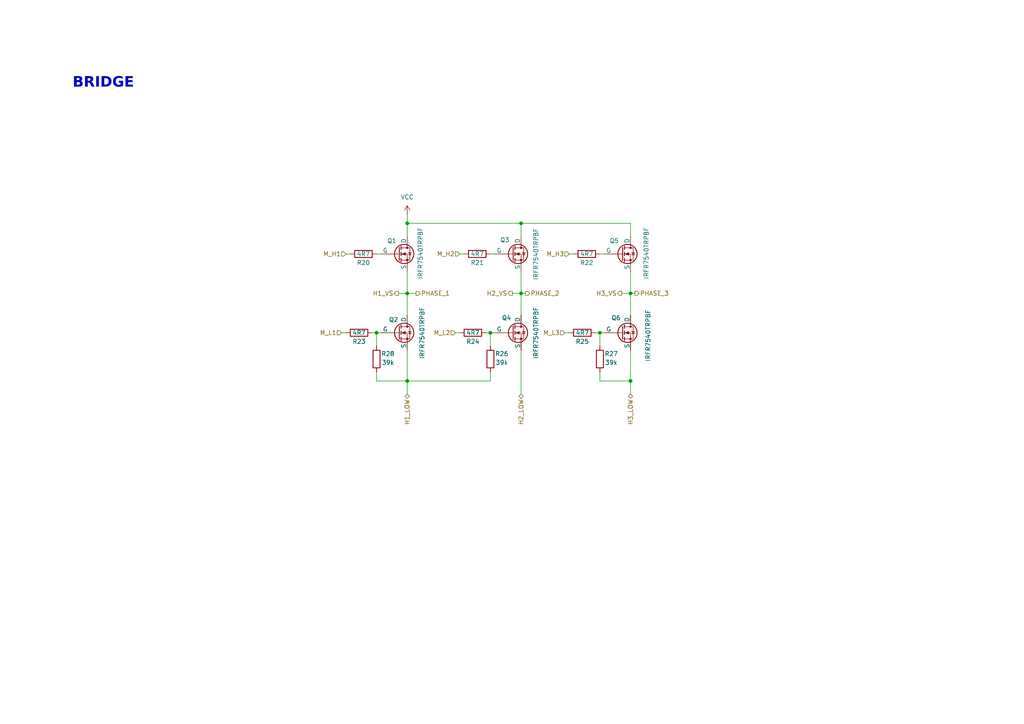
<source format=kicad_sch>
(kicad_sch (version 20231120) (generator "eeschema") (generator_version "8.0")
  (paper "A4")
  (lib_symbols
    (symbol "Device:R" (pin_numbers hide) (pin_names (offset 0))
      (property "Reference" "R" (at 2.032 0 90))
      (property "Value" "R" (at 0 0 90))
      (symbol "R_0_1"
        (rectangle (start -1.016 -2.54) (end 1.016 2.54) (stroke (width 0.254)))
      )
      (symbol "R_1_1"
        (pin passive line (at 0 3.81 270) (length 1.27) (name "~") (number "1"))
        (pin passive line (at 0 -3.81 90) (length 1.27) (name "~") (number "2"))
      )
    )
    (symbol "Simulation_SPICE:NMOS" (pin_numbers hide) (pin_names (offset 0))
      (property "Reference" "Q" (at 5.08 1.27 0))
      (property "Value" "NMOS" (at 5.08 -1.27 0))
      (symbol "NMOS_0_1"
        (polyline (pts (xy 0.254 0) (xy -2.54 0)))
        (polyline (pts (xy 0.254 1.905) (xy 0.254 -1.905)) (stroke (width 0.254)))
        (polyline (pts (xy 0.762 -1.27) (xy 0.762 -2.286)) (stroke (width 0.254)))
        (polyline (pts (xy 0.762 0.508) (xy 0.762 -0.508)) (stroke (width 0.254)))
        (polyline (pts (xy 0.762 2.286) (xy 0.762 1.27)) (stroke (width 0.254)))
        (polyline (pts (xy 2.54 2.54) (xy 2.54 1.778)))
        (polyline (pts (xy 2.54 -2.54) (xy 2.54 0) (xy 0.762 0)))
        (polyline (pts (xy 0.762 -1.778) (xy 3.302 -1.778) (xy 3.302 1.778) (xy 0.762 1.778)))
        (polyline (pts (xy 1.016 0) (xy 2.032 0.381) (xy 2.032 -0.381) (xy 1.016 0)) (fill (type outline)))
        (polyline (pts (xy 2.794 0.508) (xy 2.921 0.381) (xy 3.683 0.381) (xy 3.81 0.254)))
        (polyline (pts (xy 3.302 0.381) (xy 2.921 -0.254) (xy 3.683 -0.254) (xy 3.302 0.381)))
        (circle (center 1.651 0) (radius 2.794) (stroke (width 0.254)))
        (circle (center 2.54 -1.778) (radius 0.254) (fill (type outline)))
        (circle (center 2.54 1.778) (radius 0.254) (fill (type outline)))
      )
      (symbol "NMOS_1_1"
        (pin passive line (at 2.54 5.08 270) (length 2.54) (name "D") (number "1"))
        (pin input line (at -5.08 0 0) (length 2.54) (name "G") (number "2"))
        (pin passive line (at 2.54 -5.08 90) (length 2.54) (name "S") (number "3"))
      )
    )
    (symbol "power:VCC" (power) (pin_numbers hide) (pin_names (offset 0) hide)
      (property "Value" "VCC" (at 0 3.556 0))
      (symbol "VCC_0_1"
        (polyline (pts (xy -0.762 1.27) (xy 0 2.54)))
        (polyline (pts (xy 0 0) (xy 0 2.54)))
        (polyline (pts (xy 0 2.54) (xy 0.762 1.27)))
      )
      (symbol "VCC_1_1"
        (pin power_in line (at 0 0 90) (length 0) (name "~") (number "1"))
      )
    )
  )
  (junction (at 182.88 85.09))
  (junction (at 173.99 96.52))
  (junction (at 118.11 110.49))
  (junction (at 118.11 85.09))
  (junction (at 182.88 110.49))
  (junction (at 151.13 85.09))
  (junction (at 118.11 64.77))
  (junction (at 142.24 96.52))
  (junction (at 109.22 96.52))
  (junction (at 151.13 64.77))
  (wire (pts (xy 173.99 73.66) (xy 175.26 73.66)))
  (wire (pts (xy 151.13 85.09) (xy 151.13 91.44)))
  (wire (pts (xy 118.11 64.77) (xy 118.11 68.58)))
  (wire (pts (xy 118.11 101.6) (xy 118.11 110.49)))
  (wire (pts (xy 132.08 96.52) (xy 133.35 96.52)))
  (wire (pts (xy 173.99 96.52) (xy 175.26 96.52)))
  (wire (pts (xy 118.11 110.49) (xy 142.24 110.49)))
  (wire (pts (xy 118.11 110.49) (xy 118.11 114.3)))
  (wire (pts (xy 148.59 85.09) (xy 151.13 85.09)))
  (wire (pts (xy 163.83 96.52) (xy 165.1 96.52)))
  (wire (pts (xy 133.35 73.66) (xy 134.62 73.66)))
  (wire (pts (xy 140.97 96.52) (xy 142.24 96.52)))
  (wire (pts (xy 109.22 110.49) (xy 118.11 110.49)))
  (wire (pts (xy 182.88 64.77) (xy 151.13 64.77)))
  (wire (pts (xy 109.22 96.52) (xy 109.22 100.33)))
  (wire (pts (xy 142.24 96.52) (xy 143.51 96.52)))
  (wire (pts (xy 151.13 64.77) (xy 118.11 64.77)))
  (wire (pts (xy 173.99 110.49) (xy 182.88 110.49)))
  (wire (pts (xy 107.95 96.52) (xy 109.22 96.52)))
  (wire (pts (xy 118.11 78.74) (xy 118.11 85.09)))
  (wire (pts (xy 115.57 85.09) (xy 118.11 85.09)))
  (wire (pts (xy 182.88 85.09) (xy 182.88 91.44)))
  (wire (pts (xy 118.11 62.23) (xy 118.11 64.77)))
  (wire (pts (xy 151.13 85.09) (xy 152.4 85.09)))
  (wire (pts (xy 142.24 96.52) (xy 142.24 100.33)))
  (wire (pts (xy 173.99 107.95) (xy 173.99 110.49)))
  (wire (pts (xy 182.88 68.58) (xy 182.88 64.77)))
  (wire (pts (xy 100.33 73.66) (xy 101.6 73.66)))
  (wire (pts (xy 173.99 96.52) (xy 173.99 100.33)))
  (wire (pts (xy 109.22 73.66) (xy 110.49 73.66)))
  (wire (pts (xy 182.88 110.49) (xy 182.88 114.3)))
  (wire (pts (xy 182.88 101.6) (xy 182.88 110.49)))
  (wire (pts (xy 182.88 85.09) (xy 184.15 85.09)))
  (wire (pts (xy 118.11 85.09) (xy 120.65 85.09)))
  (wire (pts (xy 142.24 107.95) (xy 142.24 110.49)))
  (wire (pts (xy 151.13 78.74) (xy 151.13 85.09)))
  (wire (pts (xy 118.11 85.09) (xy 118.11 91.44)))
  (wire (pts (xy 99.06 96.52) (xy 100.33 96.52)))
  (wire (pts (xy 180.34 85.09) (xy 182.88 85.09)))
  (wire (pts (xy 109.22 107.95) (xy 109.22 110.49)))
  (wire (pts (xy 172.72 96.52) (xy 173.99 96.52)))
  (wire (pts (xy 182.88 78.74) (xy 182.88 85.09)))
  (wire (pts (xy 151.13 101.6) (xy 151.13 114.3)))
  (wire (pts (xy 151.13 64.77) (xy 151.13 68.58)))
  (wire (pts (xy 109.22 96.52) (xy 110.49 96.52)))
  (wire (pts (xy 165.1 73.66) (xy 166.37 73.66)))
  (wire (pts (xy 142.24 73.66) (xy 143.51 73.66)))
  (text "BRIDGE" (exclude_from_sim yes) (at 29.972 24.892 0) (effects (font (size 3 3) (thickness 0.254) (bold yes))))
  (hierarchical_label "H1_VS" (shape output) (at 115.57 85.09 180))
  (hierarchical_label "M_L3" (shape input) (at 163.83 96.52 180))
  (hierarchical_label "H2_VS" (shape output) (at 148.59 85.09 180))
  (hierarchical_label "M_H1" (shape input) (at 100.33 73.66 180))
  (hierarchical_label "PHASE_1" (shape output) (at 120.65 85.09 0))
  (hierarchical_label "M_H3" (shape input) (at 165.1 73.66 180))
  (hierarchical_label "H2_LOW" (shape bidirectional) (at 151.13 114.3 270))
  (hierarchical_label "M_L1" (shape input) (at 99.06 96.52 180))
  (hierarchical_label "H3_VS" (shape output) (at 180.34 85.09 180))
  (hierarchical_label "PHASE_2" (shape output) (at 152.4 85.09 0))
  (hierarchical_label "H3_LOW" (shape bidirectional) (at 182.88 114.3 270))
  (hierarchical_label "M_H2" (shape input) (at 133.35 73.66 180))
  (hierarchical_label "H1_LOW" (shape bidirectional) (at 118.11 114.3 270))
  (hierarchical_label "M_L2" (shape input) (at 132.08 96.52 180))
  (hierarchical_label "PHASE_3" (shape output) (at 184.15 85.09 0))
  (symbol (lib_id "Device:R") (at 105.41 73.66 90) (unit 1)
    (property "Reference" "R20" (at 105.41 76.2 90))
    (property "Value" "4R7" (at 105.41 73.66 90))
    (property "Footprint" "Resistor_SMD:R_0603_1608Metric" (effects (hide yes)))
    (property "Description" "Resistor" (effects (hide yes)))
  )
  (symbol (lib_id "power:VCC") (at 118.11 62.23 0) (unit 1)
    (property "Reference" "#PWR036" (effects (hide yes)))
    (property "Value" "VCC" (at 118.11 57.15 0))
    (property "Description" "Power symbol creates a global label with name \"VCC\"" (effects (hide yes)))
  )
  (symbol (lib_id "Simulation_SPICE:NMOS") (at 148.59 96.52 0) (unit 1)
    (property "Reference" "Q4" (at 145.542 92.202 0) (effects (justify left)))
    (property "Value" "IRFR7540TRPBF" (at 155.448 104.14 90) (effects (justify left)))
    (property "Footprint" "Package_TO_SOT_SMD:TO-252-2" (effects (hide yes)))
    (property "Datasheet" "https://www.mouser.de/datasheet/2/196/Infineon_IRFR7540_DataSheet_v01_01_EN-3363300.pdf" (effects (hide yes)))
    (property "Description" "N-MOSFET transistor, drain/source/gate" (effects (hide yes)))
    (property "Sim.Device" "NMOS" (effects (hide yes)))
    (property "Sim.Type" "VDMOS" (effects (hide yes)))
    (property "Sim.Pins" "1=D 2=G 3=S" (effects (hide yes)))
  )
  (symbol (lib_id "Simulation_SPICE:NMOS") (at 115.57 73.66 0) (unit 1)
    (property "Reference" "Q1" (at 112.268 69.85 0) (effects (justify left)))
    (property "Value" "IRFR7540TRPBF" (at 121.92 81.026 90) (effects (justify left)))
    (property "Footprint" "Package_TO_SOT_SMD:TO-252-2" (effects (hide yes)))
    (property "Datasheet" "https://www.mouser.de/datasheet/2/196/Infineon_IRFR7540_DataSheet_v01_01_EN-3363300.pdf" (effects (hide yes)))
    (property "Description" "N-MOSFET transistor, drain/source/gate" (effects (hide yes)))
    (property "Sim.Device" "NMOS" (effects (hide yes)))
    (property "Sim.Type" "VDMOS" (effects (hide yes)))
    (property "Sim.Pins" "1=D 2=G 3=S" (effects (hide yes)))
  )
  (symbol (lib_id "Simulation_SPICE:NMOS") (at 115.57 96.52 0) (unit 1)
    (property "Reference" "Q2" (at 112.776 92.71 0) (effects (justify left)))
    (property "Value" "IRFR7540TRPBF" (at 122.428 104.14 90) (effects (justify left)))
    (property "Footprint" "Package_TO_SOT_SMD:TO-252-2" (effects (hide yes)))
    (property "Datasheet" "https://www.mouser.de/datasheet/2/196/Infineon_IRFR7540_DataSheet_v01_01_EN-3363300.pdf" (effects (hide yes)))
    (property "Description" "N-MOSFET transistor, drain/source/gate" (effects (hide yes)))
    (property "Sim.Device" "NMOS" (effects (hide yes)))
    (property "Sim.Type" "VDMOS" (effects (hide yes)))
    (property "Sim.Pins" "1=D 2=G 3=S" (effects (hide yes)))
  )
  (symbol (lib_id "Device:R") (at 142.24 104.14 180) (unit 1)
    (property "Reference" "R26" (at 145.542 102.616 0))
    (property "Value" "39k" (at 145.542 105.156 0))
    (property "Footprint" "Resistor_SMD:R_0603_1608Metric" (effects (hide yes)))
    (property "Description" "Resistor" (effects (hide yes)))
  )
  (symbol (lib_id "Device:R") (at 170.18 73.66 90) (unit 1)
    (property "Reference" "R22" (at 170.18 76.2 90))
    (property "Value" "4R7" (at 170.18 73.66 90))
    (property "Footprint" "Resistor_SMD:R_0603_1608Metric" (effects (hide yes)))
    (property "Description" "Resistor" (effects (hide yes)))
  )
  (symbol (lib_id "Device:R") (at 104.14 96.52 90) (unit 1)
    (property "Reference" "R23" (at 104.14 99.06 90))
    (property "Value" "4R7" (at 104.14 96.52 90))
    (property "Footprint" "Resistor_SMD:R_0603_1608Metric" (effects (hide yes)))
    (property "Description" "Resistor" (effects (hide yes)))
  )
  (symbol (lib_id "Device:R") (at 138.43 73.66 90) (unit 1)
    (property "Reference" "R21" (at 138.43 76.2 90))
    (property "Value" "4R7" (at 138.43 73.66 90))
    (property "Footprint" "Resistor_SMD:R_0603_1608Metric" (effects (hide yes)))
    (property "Description" "Resistor" (effects (hide yes)))
  )
  (symbol (lib_id "Device:R") (at 168.91 96.52 90) (unit 1)
    (property "Reference" "R25" (at 168.91 99.06 90))
    (property "Value" "4R7" (at 168.91 96.52 90))
    (property "Footprint" "Resistor_SMD:R_0603_1608Metric" (effects (hide yes)))
    (property "Description" "Resistor" (effects (hide yes)))
  )
  (symbol (lib_id "Simulation_SPICE:NMOS") (at 148.59 73.66 0) (unit 1)
    (property "Reference" "Q3" (at 145.034 69.596 0) (effects (justify left)))
    (property "Value" "IRFR7540TRPBF" (at 155.448 81.28 90) (effects (justify left)))
    (property "Footprint" "Package_TO_SOT_SMD:TO-252-2" (effects (hide yes)))
    (property "Datasheet" "https://www.mouser.de/datasheet/2/196/Infineon_IRFR7540_DataSheet_v01_01_EN-3363300.pdf" (effects (hide yes)))
    (property "Description" "N-MOSFET transistor, drain/source/gate" (effects (hide yes)))
    (property "Sim.Device" "NMOS" (effects (hide yes)))
    (property "Sim.Type" "VDMOS" (effects (hide yes)))
    (property "Sim.Pins" "1=D 2=G 3=S" (effects (hide yes)))
  )
  (symbol (lib_id "Simulation_SPICE:NMOS") (at 180.34 96.52 0) (unit 1)
    (property "Reference" "Q6" (at 177.292 92.202 0) (effects (justify left)))
    (property "Value" "IRFR7540TRPBF" (at 187.96 104.902 90) (effects (justify left)))
    (property "Footprint" "Package_TO_SOT_SMD:TO-252-2" (effects (hide yes)))
    (property "Datasheet" "https://www.mouser.de/datasheet/2/196/Infineon_IRFR7540_DataSheet_v01_01_EN-3363300.pdf" (effects (hide yes)))
    (property "Description" "N-MOSFET transistor, drain/source/gate" (effects (hide yes)))
    (property "Sim.Device" "NMOS" (effects (hide yes)))
    (property "Sim.Type" "VDMOS" (effects (hide yes)))
    (property "Sim.Pins" "1=D 2=G 3=S" (effects (hide yes)))
  )
  (symbol (lib_id "Device:R") (at 137.16 96.52 90) (unit 1)
    (property "Reference" "R24" (at 137.16 99.06 90))
    (property "Value" "4R7" (at 137.16 96.52 90))
    (property "Footprint" "Resistor_SMD:R_0603_1608Metric" (effects (hide yes)))
    (property "Description" "Resistor" (effects (hide yes)))
  )
  (symbol (lib_id "Device:R") (at 109.22 104.14 180) (unit 1)
    (property "Reference" "R28" (at 112.522 102.616 0))
    (property "Value" "39k" (at 112.522 105.156 0))
    (property "Footprint" "Resistor_SMD:R_0603_1608Metric" (effects (hide yes)))
    (property "Description" "Resistor" (effects (hide yes)))
  )
  (symbol (lib_id "Simulation_SPICE:NMOS") (at 180.34 73.66 0) (unit 1)
    (property "Reference" "Q5" (at 176.784 69.85 0) (effects (justify left)))
    (property "Value" "IRFR7540TRPBF" (at 187.452 81.026 90) (effects (justify left)))
    (property "Footprint" "Package_TO_SOT_SMD:TO-252-2" (effects (hide yes)))
    (property "Datasheet" "https://www.mouser.de/datasheet/2/196/Infineon_IRFR7540_DataSheet_v01_01_EN-3363300.pdf" (effects (hide yes)))
    (property "Description" "N-MOSFET transistor, drain/source/gate" (effects (hide yes)))
    (property "Sim.Device" "NMOS" (effects (hide yes)))
    (property "Sim.Type" "VDMOS" (effects (hide yes)))
    (property "Sim.Pins" "1=D 2=G 3=S" (effects (hide yes)))
  )
  (symbol (lib_id "Device:R") (at 173.99 104.14 180) (unit 1)
    (property "Reference" "R27" (at 177.292 102.616 0))
    (property "Value" "39k" (at 177.292 105.156 0))
    (property "Footprint" "Resistor_SMD:R_0603_1608Metric" (effects (hide yes)))
    (property "Description" "Resistor" (effects (hide yes)))
  )
)
</source>
